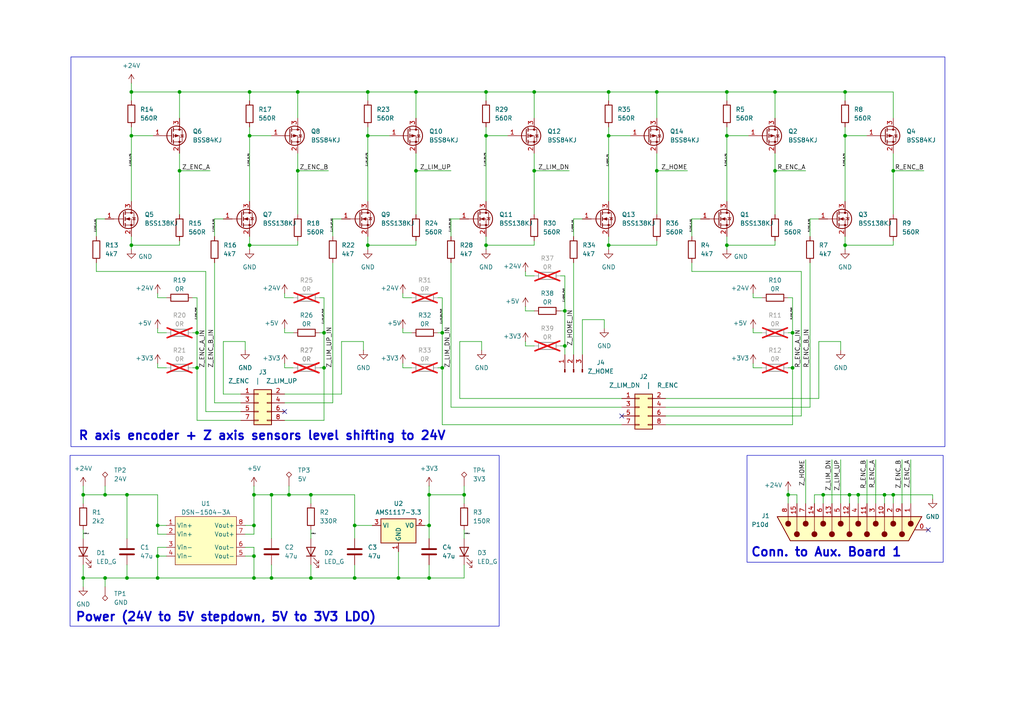
<source format=kicad_sch>
(kicad_sch (version 20231120) (generator "eeschema") (generator_version "8.0")
  (paper "A4")
  (title_block (title "Karcsi (INDACT Robot Arm) - Aux. Control Board 2") (date "2024-04-04") (rev "1.0") (company "LEGO Kör (legokor.hu)") (comment 1 "Designed by Panka Horváth, Gergely Halász, Máté Kovács") (comment 2 "Reviewed by Máté Kovács, "))
  (junction (at 57.15 106.68))
  (junction (at 38.1 71.12))
  (junction (at 106.68 71.12))
  (junction (at 24.13 167.64))
  (junction (at 106.68 39.37))
  (junction (at 72.39 39.37))
  (junction (at 124.46 167.64))
  (junction (at 86.36 26.67))
  (junction (at 78.74 143.51))
  (junction (at 38.1 39.37))
  (junction (at 176.53 26.67))
  (junction (at 128.27 106.68))
  (junction (at 52.07 26.67))
  (junction (at 259.08 49.53))
  (junction (at 140.97 39.37))
  (junction (at 120.65 49.53))
  (junction (at 78.74 167.64))
  (junction (at 259.08 143.51))
  (junction (at 246.38 143.51))
  (junction (at 228.6 143.51))
  (junction (at 190.5 26.67))
  (junction (at 93.98 106.68))
  (junction (at 45.72 167.64))
  (junction (at 72.39 71.12))
  (junction (at 176.53 39.37))
  (junction (at 210.82 71.12))
  (junction (at 229.87 96.52))
  (junction (at 57.15 96.52))
  (junction (at 52.07 49.53))
  (junction (at 90.17 167.64))
  (junction (at 245.11 26.67))
  (junction (at 245.11 39.37))
  (junction (at 102.87 152.4))
  (junction (at 154.94 26.67))
  (junction (at 210.82 39.37))
  (junction (at 229.87 106.68))
  (junction (at 106.68 26.67))
  (junction (at 45.72 161.29))
  (junction (at 115.57 167.64))
  (junction (at 73.66 161.29))
  (junction (at 124.46 152.4))
  (junction (at 30.48 167.64))
  (junction (at 224.79 49.53))
  (junction (at 190.5 49.53))
  (junction (at 36.83 167.64))
  (junction (at 72.39 26.67))
  (junction (at 245.11 71.12))
  (junction (at 83.82 143.51))
  (junction (at 120.65 26.67))
  (junction (at 73.66 143.51))
  (junction (at 73.66 167.64))
  (junction (at 102.87 167.64))
  (junction (at 38.1 26.67))
  (junction (at 163.83 100.33))
  (junction (at 256.54 143.51))
  (junction (at 134.62 143.51))
  (junction (at 210.82 26.67))
  (junction (at 163.83 90.17))
  (junction (at 45.72 152.4))
  (junction (at 238.76 143.51))
  (junction (at 154.94 49.53))
  (junction (at 73.66 152.4))
  (junction (at 93.98 96.52))
  (junction (at 224.79 26.67))
  (junction (at 86.36 49.53))
  (junction (at 140.97 26.67))
  (junction (at 124.46 143.51))
  (junction (at 128.27 96.52))
  (junction (at 248.92 143.51))
  (junction (at 140.97 71.12))
  (junction (at 176.53 71.12))
  (junction (at 24.13 143.51))
  (junction (at 90.17 143.51))
  (junction (at 36.83 143.51))
  (junction (at 30.48 143.51))
  (no_connect (at 82.55 119.38))
  (no_connect (at 180.34 120.65))
  (no_connect (at 269.24 153.67))
  (wire (pts (xy 120.65 26.67) (xy 140.97 26.67)))
  (wire (pts (xy 73.66 143.51) (xy 78.74 143.51)))
  (wire (pts (xy 256.54 143.51) (xy 259.08 143.51)))
  (wire (pts (xy 57.15 106.68) (xy 57.15 121.92)))
  (wire (pts (xy 228.6 143.51) (xy 231.14 143.51)))
  (wire (pts (xy 134.62 143.51) (xy 134.62 146.05)))
  (wire (pts (xy 48.26 154.94) (xy 45.72 154.94)))
  (wire (pts (xy 210.82 26.67) (xy 210.82 29.21)))
  (wire (pts (xy 190.5 26.67) (xy 190.5 34.29)))
  (wire (pts (xy 52.07 26.67) (xy 72.39 26.67)))
  (wire (pts (xy 190.5 49.53) (xy 190.5 62.23)))
  (wire (pts (xy 96.52 68.58) (xy 96.52 63.5)))
  (wire (pts (xy 73.66 167.64) (xy 78.74 167.64)))
  (wire (pts (xy 224.79 44.45) (xy 224.79 49.53)))
  (wire (pts (xy 86.36 49.53) (xy 86.36 62.23)))
  (wire (pts (xy 71.12 99.06) (xy 64.77 99.06)))
  (wire (pts (xy 45.72 152.4) (xy 45.72 143.51)))
  (wire (pts (xy 38.1 71.12) (xy 38.1 72.39)))
  (wire (pts (xy 233.68 133.35) (xy 233.68 146.05)))
  (wire (pts (xy 256.54 146.05) (xy 256.54 143.51)))
  (wire (pts (xy 48.26 106.68) (xy 45.72 106.68)))
  (wire (pts (xy 73.66 140.97) (xy 73.66 143.51)))
  (wire (pts (xy 128.27 123.19) (xy 180.34 123.19)))
  (wire (pts (xy 106.68 39.37) (xy 106.68 58.42)))
  (wire (pts (xy 229.87 106.68) (xy 229.87 123.19)))
  (wire (pts (xy 93.98 106.68) (xy 92.71 106.68)))
  (wire (pts (xy 237.49 99.06) (xy 237.49 115.57)))
  (wire (pts (xy 93.98 86.36) (xy 92.71 86.36)))
  (wire (pts (xy 224.79 49.53) (xy 224.79 62.23)))
  (wire (pts (xy 62.23 116.84) (xy 69.85 116.84)))
  (wire (pts (xy 57.15 106.68) (xy 55.88 106.68)))
  (wire (pts (xy 90.17 143.51) (xy 102.87 143.51)))
  (wire (pts (xy 52.07 44.45) (xy 52.07 49.53)))
  (wire (pts (xy 176.53 26.67) (xy 190.5 26.67)))
  (wire (pts (xy 86.36 69.85) (xy 86.36 71.12)))
  (wire (pts (xy 120.65 49.53) (xy 120.65 62.23)))
  (wire (pts (xy 163.83 90.17) (xy 163.83 80.01)))
  (wire (pts (xy 57.15 106.68) (xy 57.15 96.52)))
  (wire (pts (xy 210.82 26.67) (xy 224.79 26.67)))
  (wire (pts (xy 218.44 96.52) (xy 218.44 95.25)))
  (wire (pts (xy 139.7 101.6) (xy 139.7 99.06)))
  (wire (pts (xy 52.07 26.67) (xy 52.07 34.29)))
  (wire (pts (xy 229.87 96.52) (xy 229.87 86.36)))
  (wire (pts (xy 72.39 39.37) (xy 78.74 39.37)))
  (wire (pts (xy 200.66 68.58) (xy 200.66 63.5)))
  (wire (pts (xy 86.36 26.67) (xy 106.68 26.67)))
  (wire (pts (xy 123.19 152.4) (xy 124.46 152.4)))
  (wire (pts (xy 176.53 26.67) (xy 176.53 29.21)))
  (wire (pts (xy 154.94 44.45) (xy 154.94 49.53)))
  (wire (pts (xy 86.36 44.45) (xy 86.36 49.53)))
  (wire (pts (xy 200.66 63.5) (xy 203.2 63.5)))
  (wire (pts (xy 154.94 100.33) (xy 152.4 100.33)))
  (wire (pts (xy 228.6 143.51) (xy 228.6 146.05)))
  (wire (pts (xy 71.12 101.6) (xy 71.12 99.06)))
  (wire (pts (xy 119.38 96.52) (xy 116.84 96.52)))
  (wire (pts (xy 134.62 153.67) (xy 134.62 156.21)))
  (wire (pts (xy 48.26 86.36) (xy 45.72 86.36)))
  (wire (pts (xy 259.08 49.53) (xy 259.08 62.23)))
  (wire (pts (xy 119.38 86.36) (xy 116.84 86.36)))
  (wire (pts (xy 57.15 96.52) (xy 57.15 86.36)))
  (wire (pts (xy 102.87 163.83) (xy 102.87 167.64)))
  (wire (pts (xy 93.98 121.92) (xy 82.55 121.92)))
  (wire (pts (xy 229.87 86.36) (xy 228.6 86.36)))
  (wire (pts (xy 27.94 63.5) (xy 30.48 63.5)))
  (wire (pts (xy 200.66 76.2) (xy 200.66 78.74)))
  (wire (pts (xy 48.26 152.4) (xy 45.72 152.4)))
  (wire (pts (xy 264.16 133.35) (xy 264.16 146.05)))
  (wire (pts (xy 86.36 49.53) (xy 95.25 49.53)))
  (wire (pts (xy 120.65 44.45) (xy 120.65 49.53)))
  (wire (pts (xy 133.35 99.06) (xy 133.35 115.57)))
  (wire (pts (xy 59.69 119.38) (xy 69.85 119.38)))
  (wire (pts (xy 193.04 118.11) (xy 234.95 118.11)))
  (wire (pts (xy 115.57 160.02) (xy 115.57 167.64)))
  (wire (pts (xy 245.11 39.37) (xy 251.46 39.37)))
  (wire (pts (xy 52.07 69.85) (xy 52.07 71.12)))
  (wire (pts (xy 124.46 152.4) (xy 124.46 143.51)))
  (wire (pts (xy 102.87 143.51) (xy 102.87 152.4)))
  (wire (pts (xy 232.41 78.74) (xy 232.41 120.65)))
  (wire (pts (xy 152.4 90.17) (xy 152.4 88.9)))
  (wire (pts (xy 128.27 96.52) (xy 127 96.52)))
  (wire (pts (xy 243.84 99.06) (xy 237.49 99.06)))
  (wire (pts (xy 168.91 92.71) (xy 168.91 102.87)))
  (wire (pts (xy 99.06 114.3) (xy 82.55 114.3)))
  (wire (pts (xy 102.87 152.4) (xy 102.87 156.21)))
  (wire (pts (xy 128.27 106.68) (xy 128.27 96.52)))
  (wire (pts (xy 116.84 96.52) (xy 116.84 95.25)))
  (wire (pts (xy 154.94 80.01) (xy 152.4 80.01)))
  (wire (pts (xy 163.83 102.87) (xy 163.83 100.33)))
  (wire (pts (xy 140.97 39.37) (xy 140.97 58.42)))
  (wire (pts (xy 24.13 146.05) (xy 24.13 143.51)))
  (wire (pts (xy 93.98 106.68) (xy 93.98 96.52)))
  (wire (pts (xy 224.79 69.85) (xy 224.79 71.12)))
  (wire (pts (xy 190.5 69.85) (xy 190.5 71.12)))
  (wire (pts (xy 78.74 143.51) (xy 83.82 143.51)))
  (wire (pts (xy 163.83 100.33) (xy 163.83 90.17)))
  (wire (pts (xy 57.15 121.92) (xy 69.85 121.92)))
  (wire (pts (xy 231.14 143.51) (xy 231.14 146.05)))
  (wire (pts (xy 176.53 39.37) (xy 176.53 58.42)))
  (wire (pts (xy 86.36 71.12) (xy 72.39 71.12)))
  (wire (pts (xy 229.87 106.68) (xy 228.6 106.68)))
  (wire (pts (xy 27.94 68.58) (xy 27.94 63.5)))
  (wire (pts (xy 106.68 71.12) (xy 106.68 72.39)))
  (wire (pts (xy 224.79 71.12) (xy 210.82 71.12)))
  (wire (pts (xy 176.53 39.37) (xy 182.88 39.37)))
  (wire (pts (xy 224.79 49.53) (xy 233.68 49.53)))
  (wire (pts (xy 72.39 36.83) (xy 72.39 39.37)))
  (wire (pts (xy 166.37 76.2) (xy 166.37 102.87)))
  (wire (pts (xy 175.26 92.71) (xy 168.91 92.71)))
  (wire (pts (xy 62.23 68.58) (xy 62.23 63.5)))
  (wire (pts (xy 45.72 167.64) (xy 73.66 167.64)))
  (wire (pts (xy 128.27 96.52) (xy 128.27 86.36)))
  (wire (pts (xy 238.76 146.05) (xy 238.76 143.51)))
  (wire (pts (xy 218.44 86.36) (xy 218.44 85.09)))
  (wire (pts (xy 241.3 133.35) (xy 241.3 146.05)))
  (wire (pts (xy 140.97 68.58) (xy 140.97 71.12)))
  (wire (pts (xy 224.79 26.67) (xy 245.11 26.67)))
  (wire (pts (xy 36.83 143.51) (xy 45.72 143.51)))
  (wire (pts (xy 38.1 36.83) (xy 38.1 39.37)))
  (wire (pts (xy 176.53 68.58) (xy 176.53 71.12)))
  (wire (pts (xy 27.94 76.2) (xy 27.94 78.74)))
  (wire (pts (xy 78.74 163.83) (xy 78.74 167.64)))
  (wire (pts (xy 166.37 63.5) (xy 168.91 63.5)))
  (wire (pts (xy 238.76 143.51) (xy 246.38 143.51)))
  (wire (pts (xy 234.95 63.5) (xy 237.49 63.5)))
  (wire (pts (xy 106.68 68.58) (xy 106.68 71.12)))
  (wire (pts (xy 163.83 80.01) (xy 162.56 80.01)))
  (wire (pts (xy 124.46 140.97) (xy 124.46 143.51)))
  (wire (pts (xy 93.98 96.52) (xy 93.98 86.36)))
  (wire (pts (xy 237.49 115.57) (xy 193.04 115.57)))
  (wire (pts (xy 259.08 49.53) (xy 267.97 49.53)))
  (wire (pts (xy 128.27 106.68) (xy 127 106.68)))
  (wire (pts (xy 245.11 36.83) (xy 245.11 39.37)))
  (wire (pts (xy 36.83 143.51) (xy 36.83 156.21)))
  (wire (pts (xy 73.66 154.94) (xy 73.66 152.4)))
  (wire (pts (xy 24.13 163.83) (xy 24.13 167.64)))
  (wire (pts (xy 59.69 78.74) (xy 27.94 78.74)))
  (wire (pts (xy 128.27 106.68) (xy 128.27 123.19)))
  (wire (pts (xy 124.46 163.83) (xy 124.46 167.64)))
  (wire (pts (xy 259.08 146.05) (xy 259.08 143.51)))
  (wire (pts (xy 176.53 71.12) (xy 176.53 72.39)))
  (wire (pts (xy 38.1 39.37) (xy 44.45 39.37)))
  (wire (pts (xy 45.72 152.4) (xy 45.72 154.94)))
  (wire (pts (xy 130.81 118.11) (xy 180.34 118.11)))
  (wire (pts (xy 234.95 76.2) (xy 234.95 118.11)))
  (wire (pts (xy 220.98 86.36) (xy 218.44 86.36)))
  (wire (pts (xy 72.39 71.12) (xy 72.39 72.39)))
  (wire (pts (xy 106.68 36.83) (xy 106.68 39.37)))
  (wire (pts (xy 78.74 167.64) (xy 90.17 167.64)))
  (wire (pts (xy 210.82 36.83) (xy 210.82 39.37)))
  (wire (pts (xy 236.22 143.51) (xy 238.76 143.51)))
  (wire (pts (xy 190.5 71.12) (xy 176.53 71.12)))
  (wire (pts (xy 52.07 49.53) (xy 52.07 62.23)))
  (wire (pts (xy 210.82 39.37) (xy 210.82 58.42)))
  (wire (pts (xy 83.82 143.51) (xy 90.17 143.51)))
  (wire (pts (xy 99.06 99.06) (xy 99.06 114.3)))
  (wire (pts (xy 154.94 90.17) (xy 152.4 90.17)))
  (wire (pts (xy 106.68 39.37) (xy 113.03 39.37)))
  (wire (pts (xy 106.68 26.67) (xy 120.65 26.67)))
  (wire (pts (xy 224.79 26.67) (xy 224.79 34.29)))
  (wire (pts (xy 120.65 49.53) (xy 130.81 49.53)))
  (wire (pts (xy 73.66 152.4) (xy 73.66 143.51)))
  (wire (pts (xy 64.77 99.06) (xy 64.77 114.3)))
  (wire (pts (xy 243.84 133.35) (xy 243.84 146.05)))
  (wire (pts (xy 45.72 161.29) (xy 45.72 167.64)))
  (wire (pts (xy 30.48 167.64) (xy 36.83 167.64)))
  (wire (pts (xy 130.81 68.58) (xy 130.81 63.5)))
  (wire (pts (xy 154.94 69.85) (xy 154.94 71.12)))
  (wire (pts (xy 210.82 71.12) (xy 210.82 72.39)))
  (wire (pts (xy 83.82 140.97) (xy 83.82 143.51)))
  (wire (pts (xy 105.41 101.6) (xy 105.41 99.06)))
  (wire (pts (xy 64.77 114.3) (xy 69.85 114.3)))
  (wire (pts (xy 254 133.35) (xy 254 146.05)))
  (wire (pts (xy 140.97 39.37) (xy 147.32 39.37)))
  (wire (pts (xy 24.13 153.67) (xy 24.13 156.21)))
  (wire (pts (xy 245.11 71.12) (xy 245.11 72.39)))
  (wire (pts (xy 259.08 26.67) (xy 259.08 34.29)))
  (wire (pts (xy 59.69 78.74) (xy 59.69 119.38)))
  (wire (pts (xy 62.23 63.5) (xy 64.77 63.5)))
  (wire (pts (xy 71.12 158.75) (xy 73.66 158.75)))
  (wire (pts (xy 248.92 146.05) (xy 248.92 143.51)))
  (wire (pts (xy 30.48 167.64) (xy 30.48 170.18)))
  (wire (pts (xy 248.92 143.51) (xy 256.54 143.51)))
  (wire (pts (xy 45.72 106.68) (xy 45.72 105.41)))
  (wire (pts (xy 228.6 142.24) (xy 228.6 143.51)))
  (wire (pts (xy 176.53 36.83) (xy 176.53 39.37)))
  (wire (pts (xy 232.41 78.74) (xy 200.66 78.74)))
  (wire (pts (xy 246.38 143.51) (xy 248.92 143.51)))
  (wire (pts (xy 134.62 140.97) (xy 134.62 143.51)))
  (wire (pts (xy 190.5 49.53) (xy 199.39 49.53)))
  (wire (pts (xy 116.84 106.68) (xy 116.84 105.41)))
  (wire (pts (xy 71.12 161.29) (xy 73.66 161.29)))
  (wire (pts (xy 38.1 39.37) (xy 38.1 58.42)))
  (wire (pts (xy 124.46 152.4) (xy 124.46 156.21)))
  (wire (pts (xy 234.95 68.58) (xy 234.95 63.5)))
  (wire (pts (xy 73.66 158.75) (xy 73.66 161.29)))
  (wire (pts (xy 139.7 99.06) (xy 133.35 99.06)))
  (wire (pts (xy 38.1 26.67) (xy 38.1 29.21)))
  (wire (pts (xy 116.84 86.36) (xy 116.84 85.09)))
  (wire (pts (xy 30.48 143.51) (xy 36.83 143.51)))
  (wire (pts (xy 261.62 133.35) (xy 261.62 146.05)))
  (wire (pts (xy 82.55 96.52) (xy 82.55 95.25)))
  (wire (pts (xy 85.09 106.68) (xy 82.55 106.68)))
  (wire (pts (xy 190.5 44.45) (xy 190.5 49.53)))
  (wire (pts (xy 163.83 90.17) (xy 162.56 90.17)))
  (wire (pts (xy 45.72 161.29) (xy 48.26 161.29)))
  (wire (pts (xy 133.35 115.57) (xy 180.34 115.57)))
  (wire (pts (xy 220.98 106.68) (xy 218.44 106.68)))
  (wire (pts (xy 166.37 68.58) (xy 166.37 63.5)))
  (wire (pts (xy 71.12 154.94) (xy 73.66 154.94)))
  (wire (pts (xy 102.87 167.64) (xy 115.57 167.64)))
  (wire (pts (xy 154.94 71.12) (xy 140.97 71.12)))
  (wire (pts (xy 78.74 143.51) (xy 78.74 156.21)))
  (wire (pts (xy 85.09 86.36) (xy 82.55 86.36)))
  (wire (pts (xy 140.97 26.67) (xy 140.97 29.21)))
  (wire (pts (xy 24.13 140.97) (xy 24.13 143.51)))
  (wire (pts (xy 82.55 86.36) (xy 82.55 85.09)))
  (wire (pts (xy 90.17 167.64) (xy 102.87 167.64)))
  (wire (pts (xy 163.83 100.33) (xy 162.56 100.33)))
  (wire (pts (xy 90.17 143.51) (xy 90.17 146.05)))
  (wire (pts (xy 106.68 26.67) (xy 106.68 29.21)))
  (wire (pts (xy 152.4 80.01) (xy 152.4 78.74)))
  (wire (pts (xy 236.22 146.05) (xy 236.22 143.51)))
  (wire (pts (xy 190.5 26.67) (xy 210.82 26.67)))
  (wire (pts (xy 45.72 96.52) (xy 45.72 95.25)))
  (wire (pts (xy 245.11 26.67) (xy 259.08 26.67)))
  (wire (pts (xy 36.83 167.64) (xy 45.72 167.64)))
  (wire (pts (xy 93.98 106.68) (xy 93.98 121.92)))
  (wire (pts (xy 259.08 44.45) (xy 259.08 49.53)))
  (wire (pts (xy 259.08 69.85) (xy 259.08 71.12)))
  (wire (pts (xy 93.98 96.52) (xy 92.71 96.52)))
  (wire (pts (xy 140.97 71.12) (xy 140.97 72.39)))
  (wire (pts (xy 24.13 143.51) (xy 30.48 143.51)))
  (wire (pts (xy 72.39 68.58) (xy 72.39 71.12)))
  (wire (pts (xy 30.48 140.97) (xy 30.48 143.51)))
  (wire (pts (xy 154.94 49.53) (xy 154.94 62.23)))
  (wire (pts (xy 45.72 86.36) (xy 45.72 85.09)))
  (wire (pts (xy 52.07 49.53) (xy 60.96 49.53)))
  (wire (pts (xy 72.39 26.67) (xy 72.39 29.21)))
  (wire (pts (xy 102.87 152.4) (xy 107.95 152.4)))
  (wire (pts (xy 232.41 120.65) (xy 193.04 120.65)))
  (wire (pts (xy 90.17 153.67) (xy 90.17 156.21)))
  (wire (pts (xy 140.97 36.83) (xy 140.97 39.37)))
  (wire (pts (xy 270.51 143.51) (xy 270.51 144.78)))
  (wire (pts (xy 154.94 26.67) (xy 154.94 34.29)))
  (wire (pts (xy 24.13 167.64) (xy 30.48 167.64)))
  (wire (pts (xy 220.98 96.52) (xy 218.44 96.52)))
  (wire (pts (xy 152.4 100.33) (xy 152.4 99.06)))
  (wire (pts (xy 120.65 71.12) (xy 106.68 71.12)))
  (wire (pts (xy 105.41 99.06) (xy 99.06 99.06)))
  (wire (pts (xy 251.46 133.35) (xy 251.46 146.05)))
  (wire (pts (xy 38.1 24.13) (xy 38.1 26.67)))
  (wire (pts (xy 154.94 49.53) (xy 165.1 49.53)))
  (wire (pts (xy 124.46 143.51) (xy 134.62 143.51)))
  (wire (pts (xy 48.26 96.52) (xy 45.72 96.52)))
  (wire (pts (xy 259.08 143.51) (xy 270.51 143.51)))
  (wire (pts (xy 134.62 163.83) (xy 134.62 167.64)))
  (wire (pts (xy 210.82 68.58) (xy 210.82 71.12)))
  (wire (pts (xy 96.52 63.5) (xy 99.06 63.5)))
  (wire (pts (xy 72.39 39.37) (xy 72.39 58.42)))
  (wire (pts (xy 120.65 69.85) (xy 120.65 71.12)))
  (wire (pts (xy 90.17 163.83) (xy 90.17 167.64)))
  (wire (pts (xy 243.84 101.6) (xy 243.84 99.06)))
  (wire (pts (xy 71.12 152.4) (xy 73.66 152.4)))
  (wire (pts (xy 218.44 106.68) (xy 218.44 105.41)))
  (wire (pts (xy 62.23 76.2) (xy 62.23 116.84)))
  (wire (pts (xy 38.1 68.58) (xy 38.1 71.12)))
  (wire (pts (xy 72.39 26.67) (xy 86.36 26.67)))
  (wire (pts (xy 85.09 96.52) (xy 82.55 96.52)))
  (wire (pts (xy 259.08 71.12) (xy 245.11 71.12)))
  (wire (pts (xy 245.11 68.58) (xy 245.11 71.12)))
  (wire (pts (xy 45.72 158.75) (xy 45.72 161.29)))
  (wire (pts (xy 57.15 96.52) (xy 55.88 96.52)))
  (wire (pts (xy 128.27 86.36) (xy 127 86.36)))
  (wire (pts (xy 119.38 106.68) (xy 116.84 106.68)))
  (wire (pts (xy 210.82 39.37) (xy 217.17 39.37)))
  (wire (pts (xy 96.52 76.2) (xy 96.52 116.84)))
  (wire (pts (xy 245.11 39.37) (xy 245.11 58.42)))
  (wire (pts (xy 246.38 146.05) (xy 246.38 143.51)))
  (wire (pts (xy 115.57 167.64) (xy 124.46 167.64)))
  (wire (pts (xy 229.87 123.19) (xy 193.04 123.19)))
  (wire (pts (xy 124.46 167.64) (xy 134.62 167.64)))
  (wire (pts (xy 154.94 26.67) (xy 176.53 26.67)))
  (wire (pts (xy 82.55 106.68) (xy 82.55 105.41)))
  (wire (pts (xy 96.52 116.84) (xy 82.55 116.84)))
  (wire (pts (xy 175.26 95.25) (xy 175.26 92.71)))
  (wire (pts (xy 24.13 167.64) (xy 24.13 170.18)))
  (wire (pts (xy 130.81 63.5) (xy 133.35 63.5)))
  (wire (pts (xy 229.87 96.52) (xy 228.6 96.52)))
  (wire (pts (xy 48.26 158.75) (xy 45.72 158.75)))
  (wire (pts (xy 36.83 163.83) (xy 36.83 167.64)))
  (wire (pts (xy 86.36 26.67) (xy 86.36 34.29)))
  (wire (pts (xy 38.1 26.67) (xy 52.07 26.67)))
  (wire (pts (xy 120.65 26.67) (xy 120.65 34.29)))
  (wire (pts (xy 130.81 76.2) (xy 130.81 118.11)))
  (wire (pts (xy 245.11 26.67) (xy 245.11 29.21)))
  (wire (pts (xy 229.87 106.68) (xy 229.87 96.52)))
  (wire (pts (xy 52.07 71.12) (xy 38.1 71.12)))
  (wire (pts (xy 57.15 86.36) (xy 55.88 86.36)))
  (wire (pts (xy 73.66 161.29) (xy 73.66 167.64)))
  (wire (pts (xy 140.97 26.67) (xy 154.94 26.67)))
  (rectangle (start 20.574 16.51) (end 274.066 129.54))
  (rectangle (start 20.32 132.08) (end 144.78 181.61))
  (rectangle (start 216.662 132.08) (end 273.558 163.068))
  (text "Power (24V to 5V stepdown, 5V to 3V3 LDO)" (at 65.532 179.07 0) (effects (font (size 2.54 2.54) (thickness 0.508) (bold yes))))
  (text "Conn. to Aux. Board 1" (at 217.678 160.274 0) (effects (font (size 2.54 2.54) (bold yes)) (justify left)))
  (text "R axis encoder + Z axis sensors level shifting to 24V" (at 22.606 126.492 0) (effects (font (size 2.54 2.54) (bold yes)) (justify left)))
  (label "Z_HOME" (at 233.68 133.35 270))
  (label "Z_ENC_B_NG" (at 62.23 67.31 90) (effects (font (size 0.4 0.4))))
  (label "Z_LIM_UP_PG" (at 106.68 48.26 90) (effects (font (size 0.4 0.4))))
  (label "Z_ENC_A" (at 264.16 133.35 270))
  (label "R_ENC_B_IN" (at 234.95 106.68 90))
  (label "Z_ENC_PWR" (at 57.15 92.71 90) (effects (font (size 0.4 0.4))))
  (label "Z_LIM_DN_PWR" (at 128.27 93.98 90) (effects (font (size 0.4 0.4))))
  (label "Z_HOME_NG" (at 166.37 67.31 90) (effects (font (size 0.4 0.4))))
  (label "R_ENC_B_PG" (at 245.11 48.26 90) (effects (font (size 0.4 0.4))))
  (label "Z_ENC_B_PG" (at 72.39 48.26 90) (effects (font (size 0.4 0.4))))
  (label "Z_ENC_B_IN" (at 62.23 106.68 90))
  (label "Z_LIM_DN" (at 165.1 49.53 180))
  (label "Z_HOME_PWR" (at 163.83 87.63 90) (effects (font (size 0.4 0.4))))
  (label "R_ENC_A" (at 233.68 49.53 180))
  (label "Z_LIM_DN" (at 241.3 133.35 270))
  (label "R_ENC_B_NG" (at 234.95 67.31 90) (effects (font (size 0.4 0.4))))
  (label "Z_LIM_DN_PG" (at 140.97 48.26 90) (effects (font (size 0.4 0.4))))
  (label "R_ENC_B" (at 267.97 49.53 180))
  (label "Z_LIM_DN_IN" (at 130.81 106.68 90))
  (label "LED24_A" (at 24.13 154.94 0) (effects (font (size 0.254 0.254))))
  (label "Z_ENC_B" (at 261.62 133.35 270))
  (label "Z_ENC_A_IN" (at 59.69 106.68 90))
  (label "R_ENC_A" (at 254 133.35 270))
  (label "R_ENC_A_IN" (at 232.41 106.68 90))
  (label "Z_ENC_A" (at 60.96 49.53 180))
  (label "LED5_A" (at 90.17 154.94 0) (effects (font (size 0.254 0.254))))
  (label "R_ENC_A_PG" (at 210.82 48.26 90) (effects (font (size 0.4 0.4))))
  (label "Z_ENC_B" (at 95.25 49.53 180))
  (label "Z_HOME" (at 199.39 49.53 180))
  (label "LED33_A" (at 134.62 154.94 0) (effects (font (size 0.254 0.254))))
  (label "R_ENC_B" (at 251.46 133.35 270))
  (label "Z_LIM_UP_NG" (at 96.52 67.31 90) (effects (font (size 0.4 0.4))))
  (label "Z_LIM_DN_NG" (at 130.81 67.31 90) (effects (font (size 0.4 0.4))))
  (label "Z_ENC_A_NG" (at 27.94 67.31 90) (effects (font (size 0.4 0.4))))
  (label "Z_LIM_UP" (at 243.84 133.35 270))
  (label "Z_ENC_A_PG" (at 38.1 48.26 90) (effects (font (size 0.4 0.4))))
  (label "Z_LIM_UP_IN" (at 96.52 106.68 90))
  (label "Z_HOME_PG" (at 176.53 48.26 90) (effects (font (size 0.4 0.4))))
  (label "Z_LIM_UP" (at 130.81 49.53 180))
  (label "Z_HOME_IN" (at 166.37 100.33 90))
  (label "R_ENC_A_NG" (at 200.66 67.31 90) (effects (font (size 0.4 0.4))))
  (label "R_ENC_PWR" (at 229.87 92.71 90) (effects (font (size 0.4 0.4))))
  (label "Z_LIM_UP_PWR" (at 93.98 93.98 90) (effects (font (size 0.4 0.4))))
  (symbol (lib_id "Connector:Conn_01x03_Pin") (at 166.37 107.95 90) (unit 1)
    (property "Reference" "J4" (at 174.244 105.156 90))
    (property "Value" "Z_HOME" (at 174.244 107.696 90))
    (property "Footprint" "Connector_PinHeader_2.54mm:PinHeader_1x03_P2.54mm_Horizontal" (effects (hide yes)))
    (property "Description" "Generic connector, single row, 01x03, script generated" (effects (hide yes)))
    (property "Sourced" "0" (effects (hide yes)))
    (property "Supplier" "LCSC" (effects (hide yes)))
    (property "Supplier item no" "C492411" (effects (hide yes)))
  )
  (symbol (lib_id "Device:R") (at 259.08 66.04 0) (unit 1)
    (property "Reference" "R9" (at 261.62 64.7699 0) (effects (justify left)))
    (property "Value" "560R" (at 261.62 67.3099 0) (effects (justify left)))
    (property "Footprint" "Resistor_SMD:R_0805_2012Metric_Pad1.20x1.40mm_HandSolder" (effects (hide yes)))
    (property "Description" "Resistor" (effects (hide yes)))
    (property "Sourced" "1" (effects (hide yes)))
    (property "Supplier" "Lomex" (effects (hide yes)))
    (property "Supplier item no" "81-10-84" (effects (hide yes)))
  )
  (symbol (lib_id "Device:R") (at 52.07 96.52 90) (unit 1) (dnp yes)
    (property "Reference" "R20" (at 52.07 91.44 90))
    (property "Value" "0R" (at 52.07 93.98 90))
    (property "Footprint" "Resistor_SMD:R_0805_2012Metric_Pad1.20x1.40mm_HandSolder" (effects (hide yes)))
    (property "Description" "Resistor" (effects (hide yes)))
    (property "Sourced" "0" (effects (hide yes)))
    (property "Supplier" "LCSC" (effects (hide yes)))
    (property "Supplier item no" "C304192" (effects (hide yes)))
  )
  (symbol (lib_id "Connector_Generic:Conn_02x04_Odd_Even") (at 185.42 118.11 0) (unit 1)
    (property "Reference" "J2" (at 186.69 109.22 0))
    (property "Value" "Z_LIM_DN  |  R_ENC" (at 186.69 111.76 0))
    (property "Footprint" "Connector_PinHeader_2.54mm:PinHeader_2x04_P2.54mm_Horizontal" (effects (hide yes)))
    (property "Description" "Generic connector, double row, 02x04, odd/even pin numbering scheme (row 1 odd numbers, row 2 even numbers), script generated (kicad-library-utils/schlib/autogen/connector/)" (effects (hide yes)))
    (property "Sourced" "0" (effects (hide yes)))
    (property "Supplier" "LCSC" (effects (hide yes)))
    (property "Supplier item no" "C492432" (effects (hide yes)))
  )
  (symbol (lib_id "Transistor_FET:BSS138") (at 173.99 63.5 0) (unit 1)
    (property "Reference" "Q13" (at 180.34 62.2299 0) (effects (justify left)))
    (property "Value" "BSS138KJ" (at 180.34 64.7699 0) (effects (justify left)))
    (property "Footprint" "Package_TO_SOT_SMD:SOT-23" (effects (hide yes)))
    (property "Datasheet" "https://lomex.hu/pdf/yet/(yet)_bss138kj.pdf" (effects (hide yes)))
    (property "Description" "50V Vds, 0.22A Id, N-Channel MOSFET, SOT-23" (effects (hide yes)))
    (property "Sourced" "1" (effects (hide yes)))
    (property "Supplier" "Lomex" (effects (hide yes)))
    (property "Supplier item no" "86-07-11" (effects (hide yes)))
  )
  (symbol (lib_id "Device:R") (at 154.94 66.04 0) (unit 1)
    (property "Reference" "R30" (at 157.48 64.7699 0) (effects (justify left)))
    (property "Value" "560R" (at 157.48 67.3099 0) (effects (justify left)))
    (property "Footprint" "Resistor_SMD:R_0805_2012Metric_Pad1.20x1.40mm_HandSolder" (effects (hide yes)))
    (property "Description" "Resistor" (effects (hide yes)))
    (property "Sourced" "1" (effects (hide yes)))
    (property "Supplier" "Lomex" (effects (hide yes)))
    (property "Supplier item no" "81-10-84" (effects (hide yes)))
  )
  (symbol (lib_id "Connector_Generic:Conn_02x04_Odd_Even") (at 74.93 116.84 0) (unit 1)
    (property "Reference" "J3" (at 76.2 107.95 0))
    (property "Value" "Z_ENC  |  Z_LIM_UP" (at 76.2 110.49 0))
    (property "Footprint" "Connector_PinHeader_2.54mm:PinHeader_2x04_P2.54mm_Horizontal" (effects (hide yes)))
    (property "Description" "Generic connector, double row, 02x04, odd/even pin numbering scheme (row 1 odd numbers, row 2 even numbers), script generated (kicad-library-utils/schlib/autogen/connector/)" (effects (hide yes)))
    (property "Sourced" "0" (effects (hide yes)))
    (property "Supplier" "LCSC" (effects (hide yes)))
    (property "Supplier item no" "C492432" (effects (hide yes)))
  )
  (symbol (lib_id "power:+3V3") (at 218.44 105.41 0) (unit 1)
    (property "Reference" "#PWR033" (effects (hide yes)))
    (property "Value" "+3V3" (at 214.63 103.886 0))
    (property "Description" "Power symbol creates a global label with name \"+3V3\"" (effects (hide yes)))
  )
  (symbol (lib_id "Transistor_FET:BSS84") (at 222.25 39.37 0) (unit 1)
    (property "Reference" "Q2" (at 228.6 38.0999 0) (effects (justify left)))
    (property "Value" "BSS84KJ" (at 228.6 40.6399 0) (effects (justify left)))
    (property "Footprint" "Package_TO_SOT_SMD:SOT-23" (effects (hide yes)))
    (property "Datasheet" "https://lomex.hu/pdf/yet/(yet)_bss84kj.pdf" (effects (hide yes)))
    (property "Description" "-0.13A Id, -50V Vds, P-Channel MOSFET, SOT-23" (effects (hide yes)))
    (property "Sourced" "0" (effects (hide yes)))
    (property "Supplier" "Lomex" (effects (hide yes)))
    (property "Supplier item no" "86-07-17" (effects (hide yes)))
  )
  (symbol (lib_id "power:+3V3") (at 45.72 105.41 0) (unit 1)
    (property "Reference" "#PWR011" (effects (hide yes)))
    (property "Value" "+3V3" (at 41.91 103.886 0))
    (property "Description" "Power symbol creates a global label with name \"+3V3\"" (effects (hide yes)))
  )
  (symbol (lib_id "Transistor_FET:BSS84") (at 187.96 39.37 0) (unit 1)
    (property "Reference" "Q14" (at 194.31 38.0999 0) (effects (justify left)))
    (property "Value" "BSS84KJ" (at 194.31 40.6399 0) (effects (justify left)))
    (property "Footprint" "Package_TO_SOT_SMD:SOT-23" (effects (hide yes)))
    (property "Datasheet" "https://lomex.hu/pdf/yet/(yet)_bss84kj.pdf" (effects (hide yes)))
    (property "Description" "-0.13A Id, -50V Vds, P-Channel MOSFET, SOT-23" (effects (hide yes)))
    (property "Sourced" "0" (effects (hide yes)))
    (property "Supplier" "Lomex" (effects (hide yes)))
    (property "Supplier item no" "86-07-17" (effects (hide yes)))
  )
  (symbol (lib_id "Connector:TestPoint_Alt") (at 83.82 140.97 0) (unit 1)
    (property "Reference" "TP3" (at 86.36 136.3979 0) (effects (justify left)))
    (property "Value" "5V" (at 86.36 138.9379 0) (effects (justify left)))
    (property "Footprint" "TestPoint:TestPoint_Pad_2.0x2.0mm" (effects (hide yes)))
    (property "Description" "test point (alternative shape)" (effects (hide yes)))
    (property "Sourced" "-" (effects (hide yes)))
    (property "Supplier" "-" (effects (hide yes)))
    (property "Supplier item no" "-" (effects (hide yes)))
  )
  (symbol (lib_id "Device:R") (at 224.79 96.52 90) (unit 1) (dnp yes)
    (property "Reference" "R11" (at 224.79 91.44 90))
    (property "Value" "0R" (at 224.79 93.98 90))
    (property "Footprint" "Resistor_SMD:R_0805_2012Metric_Pad1.20x1.40mm_HandSolder" (effects (hide yes)))
    (property "Description" "Resistor" (effects (hide yes)))
    (property "Sourced" "0" (effects (hide yes)))
    (property "Supplier" "LCSC" (effects (hide yes)))
    (property "Supplier item no" "C304192" (effects (hide yes)))
  )
  (symbol (lib_id "Device:R") (at 52.07 66.04 0) (unit 1)
    (property "Reference" "R15" (at 54.61 64.7699 0) (effects (justify left)))
    (property "Value" "560R" (at 54.61 67.3099 0) (effects (justify left)))
    (property "Footprint" "Resistor_SMD:R_0805_2012Metric_Pad1.20x1.40mm_HandSolder" (effects (hide yes)))
    (property "Description" "Resistor" (effects (hide yes)))
    (property "Sourced" "1" (effects (hide yes)))
    (property "Supplier" "Lomex" (effects (hide yes)))
    (property "Supplier item no" "81-10-84" (effects (hide yes)))
  )
  (symbol (lib_id "Device:R") (at 134.62 149.86 0) (unit 1)
    (property "Reference" "R3" (at 137.16 148.5899 0) (effects (justify left)))
    (property "Value" "150R" (at 137.16 151.1299 0) (effects (justify left)))
    (property "Footprint" "Resistor_SMD:R_0805_2012Metric_Pad1.20x1.40mm_HandSolder" (effects (hide yes)))
    (property "Description" "Resistor" (effects (hide yes)))
    (property "Sourced" "1" (effects (hide yes)))
    (property "Supplier" "Lomex" (effects (hide yes)))
    (property "Supplier item no" "81-10-77" (effects (hide yes)))
  )
  (symbol (lib_id "power:+3V3") (at 116.84 105.41 0) (unit 1)
    (property "Reference" "#PWR021" (effects (hide yes)))
    (property "Value" "+3V3" (at 113.03 103.886 0))
    (property "Description" "Power symbol creates a global label with name \"+3V3\"" (effects (hide yes)))
  )
  (symbol (lib_id "power:GND") (at 105.41 101.6 0) (unit 1)
    (property "Reference" "#PWR017" (effects (hide yes)))
    (property "Value" "GND" (at 105.41 106.68 0))
    (property "Description" "Power symbol creates a global label with name \"GND\" , ground" (effects (hide yes)))
  )
  (symbol (lib_id "Connector:TestPoint_Alt") (at 30.48 170.18 180) (unit 1)
    (property "Reference" "TP1" (at 33.02 172.2119 0) (effects (justify right)))
    (property "Value" "GND" (at 33.02 174.7519 0) (effects (justify right)))
    (property "Footprint" "TestPoint:TestPoint_Pad_2.0x2.0mm" (effects (hide yes)))
    (property "Description" "test point (alternative shape)" (effects (hide yes)))
    (property "Sourced" "-" (effects (hide yes)))
    (property "Supplier" "-" (effects (hide yes)))
    (property "Supplier item no" "-" (effects (hide yes)))
  )
  (symbol (lib_id "Device:R") (at 210.82 33.02 0) (unit 1)
    (property "Reference" "R5" (at 213.36 31.7499 0) (effects (justify left)))
    (property "Value" "560R" (at 213.36 34.2899 0) (effects (justify left)))
    (property "Footprint" "Resistor_SMD:R_0805_2012Metric_Pad1.20x1.40mm_HandSolder" (effects (hide yes)))
    (property "Description" "Resistor" (effects (hide yes)))
    (property "Sourced" "1" (effects (hide yes)))
    (property "Supplier" "Lomex" (effects (hide yes)))
    (property "Supplier item no" "81-10-84" (effects (hide yes)))
  )
  (symbol (lib_id "power:+24V") (at 152.4 78.74 0) (unit 1)
    (property "Reference" "#PWR024" (effects (hide yes)))
    (property "Value" "+24V" (at 148.59 77.216 0))
    (property "Description" "Power symbol creates a global label with name \"+24V\"" (effects (hide yes)))
  )
  (symbol (lib_id "power:GND") (at 140.97 72.39 0) (unit 1)
    (property "Reference" "#PWR023" (effects (hide yes)))
    (property "Value" "GND" (at 140.97 77.47 0))
    (property "Description" "Power symbol creates a global label with name \"GND\" , ground" (effects (hide yes)))
  )
  (symbol (lib_id "power_modules:DSN-1504-3A") (at 59.69 157.48 0) (unit 1)
    (property "Reference" "U1" (at 59.69 146.05 0))
    (property "Value" "DSN-1504-3A" (at 59.69 148.59 0))
    (property "Footprint" "power_modules:DSN-1504-3A" (effects (hide yes)))
    (property "Datasheet" "https://www.hestore.hu/prod_getfile.php?id=10201" (effects (hide yes)))
    (property "Sourced" "0" (effects (hide yes)))
    (property "Supplier" "Hestore" (effects (hide yes)))
    (property "Supplier item no" "100.381.18" (effects (hide yes)))
  )
  (symbol (lib_id "Device:R") (at 130.81 72.39 0) (unit 1)
    (property "Reference" "R28" (at 133.35 71.1199 0) (effects (justify left)))
    (property "Value" "4k7" (at 133.35 73.6599 0) (effects (justify left)))
    (property "Footprint" "Resistor_SMD:R_0805_2012Metric_Pad1.20x1.40mm_HandSolder" (effects (hide yes)))
    (property "Description" "Resistor" (effects (hide yes)))
    (property "Sourced" "1" (effects (hide yes)))
    (property "Supplier" "Lomex" (effects (hide yes)))
    (property "Supplier item no" "81-10-95" (effects (hide yes)))
  )
  (symbol (lib_id "power:+5V") (at 82.55 95.25 0) (unit 1)
    (property "Reference" "#PWR015" (effects (hide yes)))
    (property "Value" "+5V" (at 78.74 93.726 0))
    (property "Description" "Power symbol creates a global label with name \"+5V\"" (effects (hide yes)))
  )
  (symbol (lib_id "Device:R") (at 176.53 33.02 0) (unit 1)
    (property "Reference" "R35" (at 179.07 31.7499 0) (effects (justify left)))
    (property "Value" "560R" (at 179.07 34.2899 0) (effects (justify left)))
    (property "Footprint" "Resistor_SMD:R_0805_2012Metric_Pad1.20x1.40mm_HandSolder" (effects (hide yes)))
    (property "Description" "Resistor" (effects (hide yes)))
    (property "Sourced" "1" (effects (hide yes)))
    (property "Supplier" "Lomex" (effects (hide yes)))
    (property "Supplier item no" "81-10-84" (effects (hide yes)))
  )
  (symbol (lib_id "power:GND") (at 175.26 95.25 0) (unit 1)
    (property "Reference" "#PWR027" (effects (hide yes)))
    (property "Value" "GND" (at 175.26 100.33 0))
    (property "Description" "Power symbol creates a global label with name \"GND\" , ground" (effects (hide yes)))
  )
  (symbol (lib_id "power:+24V") (at 218.44 85.09 0) (unit 1)
    (property "Reference" "#PWR031" (effects (hide yes)))
    (property "Value" "+24V" (at 214.63 83.566 0))
    (property "Description" "Power symbol creates a global label with name \"+24V\"" (effects (hide yes)))
  )
  (symbol (lib_id "power:GND") (at 24.13 170.18 0) (unit 1)
    (property "Reference" "#PWR04" (effects (hide yes)))
    (property "Value" "GND" (at 24.13 175.26 0))
    (property "Description" "Power symbol creates a global label with name \"GND\" , ground" (effects (hide yes)))
  )
  (symbol (lib_id "Device:R") (at 123.19 106.68 90) (unit 1) (dnp yes)
    (property "Reference" "R33" (at 123.19 101.6 90))
    (property "Value" "0R" (at 123.19 104.14 90))
    (property "Footprint" "Resistor_SMD:R_0805_2012Metric_Pad1.20x1.40mm_HandSolder" (effects (hide yes)))
    (property "Description" "Resistor" (effects (hide yes)))
    (property "Sourced" "0" (effects (hide yes)))
    (property "Supplier" "LCSC" (effects (hide yes)))
    (property "Supplier item no" "C304192" (effects (hide yes)))
  )
  (symbol (lib_id "Device:R") (at 224.79 86.36 90) (unit 1)
    (property "Reference" "R10" (at 224.79 81.28 90))
    (property "Value" "0R" (at 224.79 83.82 90))
    (property "Footprint" "Resistor_SMD:R_0805_2012Metric_Pad1.20x1.40mm_HandSolder" (effects (hide yes)))
    (property "Description" "Resistor" (effects (hide yes)))
    (property "Sourced" "0" (effects (hide yes)))
    (property "Supplier" "LCSC" (effects (hide yes)))
    (property "Supplier item no" "C304192" (effects (hide yes)))
  )
  (symbol (lib_id "Device:R") (at 96.52 72.39 0) (unit 1)
    (property "Reference" "R22" (at 99.06 71.1199 0) (effects (justify left)))
    (property "Value" "4k7" (at 99.06 73.6599 0) (effects (justify left)))
    (property "Footprint" "Resistor_SMD:R_0805_2012Metric_Pad1.20x1.40mm_HandSolder" (effects (hide yes)))
    (property "Description" "Resistor" (effects (hide yes)))
    (property "Sourced" "1" (effects (hide yes)))
    (property "Supplier" "Lomex" (effects (hide yes)))
    (property "Supplier item no" "81-10-95" (effects (hide yes)))
  )
  (symbol (lib_id "Device:C") (at 36.83 160.02 0) (unit 1)
    (property "Reference" "C1" (at 40.64 158.7499 0) (effects (justify left)))
    (property "Value" "47u" (at 40.64 161.2899 0) (effects (justify left)))
    (property "Footprint" "Capacitor_SMD:C_0805_2012Metric_Pad1.18x1.45mm_HandSolder" (effects (hide yes)))
    (property "Description" "Unpolarized capacitor" (effects (hide yes)))
    (property "Sourced" "0" (effects (hide yes)))
    (property "Supplier" "Lomex" (effects (hide yes)))
    (property "Supplier item no" "82-11-74" (effects (hide yes)))
  )
  (symbol (lib_id "power:+3V3") (at 152.4 99.06 0) (unit 1)
    (property "Reference" "#PWR026" (effects (hide yes)))
    (property "Value" "+3V3" (at 148.59 97.536 0))
    (property "Description" "Power symbol creates a global label with name \"+3V3\"" (effects (hide yes)))
  )
  (symbol (lib_id "Transistor_FET:BSS84") (at 49.53 39.37 0) (unit 1)
    (property "Reference" "Q6" (at 55.88 38.0999 0) (effects (justify left)))
    (property "Value" "BSS84KJ" (at 55.88 40.6399 0) (effects (justify left)))
    (property "Footprint" "Package_TO_SOT_SMD:SOT-23" (effects (hide yes)))
    (property "Datasheet" "https://lomex.hu/pdf/yet/(yet)_bss84kj.pdf" (effects (hide yes)))
    (property "Description" "-0.13A Id, -50V Vds, P-Channel MOSFET, SOT-23" (effects (hide yes)))
    (property "Sourced" "0" (effects (hide yes)))
    (property "Supplier" "Lomex" (effects (hide yes)))
    (property "Supplier item no" "86-07-17" (effects (hide yes)))
  )
  (symbol (lib_id "Transistor_FET:BSS84") (at 152.4 39.37 0) (unit 1)
    (property "Reference" "Q12" (at 158.75 38.0999 0) (effects (justify left)))
    (property "Value" "BSS84KJ" (at 158.75 40.6399 0) (effects (justify left)))
    (property "Footprint" "Package_TO_SOT_SMD:SOT-23" (effects (hide yes)))
    (property "Datasheet" "https://lomex.hu/pdf/yet/(yet)_bss84kj.pdf" (effects (hide yes)))
    (property "Description" "-0.13A Id, -50V Vds, P-Channel MOSFET, SOT-23" (effects (hide yes)))
    (property "Sourced" "0" (effects (hide yes)))
    (property "Supplier" "Lomex" (effects (hide yes)))
    (property "Supplier item no" "86-07-17" (effects (hide yes)))
  )
  (symbol (lib_id "Device:C") (at 78.74 160.02 0) (unit 1)
    (property "Reference" "C2" (at 82.55 158.7499 0) (effects (justify left)))
    (property "Value" "47u" (at 82.55 161.2899 0) (effects (justify left)))
    (property "Footprint" "Capacitor_SMD:C_0805_2012Metric_Pad1.18x1.45mm_HandSolder" (effects (hide yes)))
    (property "Description" "Unpolarized capacitor" (effects (hide yes)))
    (property "Sourced" "0" (effects (hide yes)))
    (property "Supplier" "Lomex" (effects (hide yes)))
    (property "Supplier item no" "82-11-74" (effects (hide yes)))
  )
  (symbol (lib_id "Transistor_FET:BSS138") (at 69.85 63.5 0) (unit 1)
    (property "Reference" "Q7" (at 76.2 62.2299 0) (effects (justify left)))
    (property "Value" "BSS138KJ" (at 76.2 64.7699 0) (effects (justify left)))
    (property "Footprint" "Package_TO_SOT_SMD:SOT-23" (effects (hide yes)))
    (property "Datasheet" "https://lomex.hu/pdf/yet/(yet)_bss138kj.pdf" (effects (hide yes)))
    (property "Description" "50V Vds, 0.22A Id, N-Channel MOSFET, SOT-23" (effects (hide yes)))
    (property "Sourced" "1" (effects (hide yes)))
    (property "Supplier" "Lomex" (effects (hide yes)))
    (property "Supplier item no" "86-07-11" (effects (hide yes)))
  )
  (symbol (lib_id "power:GND") (at 106.68 72.39 0) (unit 1)
    (property "Reference" "#PWR018" (effects (hide yes)))
    (property "Value" "GND" (at 106.68 77.47 0))
    (property "Description" "Power symbol creates a global label with name \"GND\" , ground" (effects (hide yes)))
  )
  (symbol (lib_id "Device:R") (at 245.11 33.02 0) (unit 1)
    (property "Reference" "R8" (at 247.65 31.7499 0) (effects (justify left)))
    (property "Value" "560R" (at 247.65 34.2899 0) (effects (justify left)))
    (property "Footprint" "Resistor_SMD:R_0805_2012Metric_Pad1.20x1.40mm_HandSolder" (effects (hide yes)))
    (property "Description" "Resistor" (effects (hide yes)))
    (property "Sourced" "1" (effects (hide yes)))
    (property "Supplier" "Lomex" (effects (hide yes)))
    (property "Supplier item no" "81-10-84" (effects (hide yes)))
  )
  (symbol (lib_id "Device:C") (at 102.87 160.02 0) (unit 1)
    (property "Reference" "C3" (at 106.68 158.7499 0) (effects (justify left)))
    (property "Value" "47u" (at 106.68 161.2899 0) (effects (justify left)))
    (property "Footprint" "Capacitor_SMD:C_0805_2012Metric_Pad1.18x1.45mm_HandSolder" (effects (hide yes)))
    (property "Description" "Unpolarized capacitor" (effects (hide yes)))
    (property "Sourced" "0" (effects (hide yes)))
    (property "Supplier" "Lomex" (effects (hide yes)))
    (property "Supplier item no" "82-11-74" (effects (hide yes)))
  )
  (symbol (lib_id "power:+3V3") (at 82.55 105.41 0) (unit 1)
    (property "Reference" "#PWR016" (effects (hide yes)))
    (property "Value" "+3V3" (at 78.74 103.886 0))
    (property "Description" "Power symbol creates a global label with name \"+3V3\"" (effects (hide yes)))
  )
  (symbol (lib_id "power:GND") (at 72.39 72.39 0) (unit 1)
    (property "Reference" "#PWR013" (effects (hide yes)))
    (property "Value" "GND" (at 72.39 77.47 0))
    (property "Description" "Power symbol creates a global label with name \"GND\" , ground" (effects (hide yes)))
  )
  (symbol (lib_id "Transistor_FET:BSS138") (at 242.57 63.5 0) (unit 1)
    (property "Reference" "Q3" (at 248.92 62.2299 0) (effects (justify left)))
    (property "Value" "BSS138KJ" (at 248.92 64.7699 0) (effects (justify left)))
    (property "Footprint" "Package_TO_SOT_SMD:SOT-23" (effects (hide yes)))
    (property "Datasheet" "https://lomex.hu/pdf/yet/(yet)_bss138kj.pdf" (effects (hide yes)))
    (property "Description" "50V Vds, 0.22A Id, N-Channel MOSFET, SOT-23" (effects (hide yes)))
    (property "Sourced" "1" (effects (hide yes)))
    (property "Supplier" "Lomex" (effects (hide yes)))
    (property "Supplier item no" "86-07-11" (effects (hide yes)))
  )
  (symbol (lib_id "Device:R") (at 120.65 66.04 0) (unit 1)
    (property "Reference" "R24" (at 123.19 64.7699 0) (effects (justify left)))
    (property "Value" "560R" (at 123.19 67.3099 0) (effects (justify left)))
    (property "Footprint" "Resistor_SMD:R_0805_2012Metric_Pad1.20x1.40mm_HandSolder" (effects (hide yes)))
    (property "Description" "Resistor" (effects (hide yes)))
    (property "Sourced" "1" (effects (hide yes)))
    (property "Supplier" "Lomex" (effects (hide yes)))
    (property "Supplier item no" "81-10-84" (effects (hide yes)))
  )
  (symbol (lib_id "power:GND") (at 270.51 144.78 0) (mirror y) (unit 1)
    (property "Reference" "#PWR01" (effects (hide yes)))
    (property "Value" "GND" (at 270.51 149.86 0))
    (property "Description" "Power symbol creates a global label with name \"GND\" , ground" (effects (hide yes)))
  )
  (symbol (lib_id "Device:LED") (at 90.17 160.02 90) (unit 1)
    (property "Reference" "D2" (at 93.98 160.3374 90) (effects (justify right)))
    (property "Value" "LED_G" (at 93.98 162.8774 90) (effects (justify right)))
    (property "Footprint" "LED_SMD:LED_0805_2012Metric_Pad1.15x1.40mm_HandSolder" (effects (hide yes)))
    (property "Description" "Light emitting diode" (effects (hide yes)))
    (property "Sourced" "1" (effects (hide yes)))
    (property "Supplier" "DigiKey" (effects (hide yes)))
    (property "Supplier item no" "3147-B1701NG--20D000314U1930CT-ND" (effects (hide yes)))
  )
  (symbol (lib_id "Transistor_FET:BSS84") (at 118.11 39.37 0) (unit 1)
    (property "Reference" "Q10" (at 124.46 38.0999 0) (effects (justify left)))
    (property "Value" "BSS84KJ" (at 124.46 40.6399 0) (effects (justify left)))
    (property "Footprint" "Package_TO_SOT_SMD:SOT-23" (effects (hide yes)))
    (property "Datasheet" "https://lomex.hu/pdf/yet/(yet)_bss84kj.pdf" (effects (hide yes)))
    (property "Description" "-0.13A Id, -50V Vds, P-Channel MOSFET, SOT-23" (effects (hide yes)))
    (property "Sourced" "0" (effects (hide yes)))
    (property "Supplier" "Lomex" (effects (hide yes)))
    (property "Supplier item no" "86-07-17" (effects (hide yes)))
  )
  (symbol (lib_id "Connector:DA15_Plug_MountingHoles") (at 246.38 153.67 90) (mirror x) (unit 1)
    (property "Reference" "J1" (at 223.266 149.606 90) (effects (justify left)))
    (property "Value" "P10d" (at 223.012 152.146 90) (effects (justify left)))
    (property "Footprint" "Connector_Dsub:DSUB-15_Male_Horizontal_P2.77x2.84mm_EdgePinOffset7.70mm_Housed_MountingHolesOffset9.12mm" (effects (hide yes)))
    (property "Datasheet" " ~" (effects (hide yes)))
    (property "Description" "15-pin male plug pin D-SUB connector (low-density/2 columns), Mounting Hole" (effects (hide yes)))
    (property "Sourced" "1" (effects (hide yes)))
    (property "Supplier" "Lomex" (effects (hide yes)))
    (property "Supplier item no" "43-00-58" (effects (hide yes)))
  )
  (symbol (lib_id "Transistor_FET:BSS138") (at 104.14 63.5 0) (unit 1)
    (property "Reference" "Q9" (at 110.49 62.2299 0) (effects (justify left)))
    (property "Value" "BSS138KJ" (at 110.49 64.7699 0) (effects (justify left)))
    (property "Footprint" "Package_TO_SOT_SMD:SOT-23" (effects (hide yes)))
    (property "Datasheet" "https://lomex.hu/pdf/yet/(yet)_bss138kj.pdf" (effects (hide yes)))
    (property "Description" "50V Vds, 0.22A Id, N-Channel MOSFET, SOT-23" (effects (hide yes)))
    (property "Sourced" "1" (effects (hide yes)))
    (property "Supplier" "Lomex" (effects (hide yes)))
    (property "Supplier item no" "86-07-11" (effects (hide yes)))
  )
  (symbol (lib_id "Device:LED") (at 24.13 160.02 90) (unit 1)
    (property "Reference" "D1" (at 27.94 160.3374 90) (effects (justify right)))
    (property "Value" "LED_G" (at 27.94 162.8774 90) (effects (justify right)))
    (property "Footprint" "LED_SMD:LED_0805_2012Metric_Pad1.15x1.40mm_HandSolder" (effects (hide yes)))
    (property "Description" "Light emitting diode" (effects (hide yes)))
    (property "Sourced" "1" (effects (hide yes)))
    (property "Supplier" "DigiKey" (effects (hide yes)))
    (property "Supplier item no" "3147-B1701NG--20D000314U1930CT-ND" (effects (hide yes)))
  )
  (symbol (lib_id "Device:R") (at 224.79 66.04 0) (unit 1)
    (property "Reference" "R6" (at 227.33 64.7699 0) (effects (justify left)))
    (property "Value" "560R" (at 227.33 67.3099 0) (effects (justify left)))
    (property "Footprint" "Resistor_SMD:R_0805_2012Metric_Pad1.20x1.40mm_HandSolder" (effects (hide yes)))
    (property "Description" "Resistor" (effects (hide yes)))
    (property "Sourced" "1" (effects (hide yes)))
    (property "Supplier" "Lomex" (effects (hide yes)))
    (property "Supplier item no" "81-10-84" (effects (hide yes)))
  )
  (symbol (lib_id "Device:R") (at 72.39 33.02 0) (unit 1)
    (property "Reference" "R17" (at 74.93 31.7499 0) (effects (justify left)))
    (property "Value" "560R" (at 74.93 34.2899 0) (effects (justify left)))
    (property "Footprint" "Resistor_SMD:R_0805_2012Metric_Pad1.20x1.40mm_HandSolder" (effects (hide yes)))
    (property "Description" "Resistor" (effects (hide yes)))
    (property "Sourced" "1" (effects (hide yes)))
    (property "Supplier" "Lomex" (effects (hide yes)))
    (property "Supplier item no" "81-10-84" (effects (hide yes)))
  )
  (symbol (lib_id "Device:C") (at 124.46 160.02 0) (unit 1)
    (property "Reference" "C4" (at 128.27 158.7499 0) (effects (justify left)))
    (property "Value" "47u" (at 128.27 161.2899 0) (effects (justify left)))
    (property "Footprint" "Capacitor_SMD:C_0805_2012Metric_Pad1.18x1.45mm_HandSolder" (effects (hide yes)))
    (property "Description" "Unpolarized capacitor" (effects (hide yes)))
    (property "Sourced" "0" (effects (hide yes)))
    (property "Supplier" "Lomex" (effects (hide yes)))
    (property "Supplier item no" "82-11-74" (effects (hide yes)))
  )
  (symbol (lib_id "Device:R") (at 166.37 72.39 0) (unit 1)
    (property "Reference" "R34" (at 168.91 71.1199 0) (effects (justify left)))
    (property "Value" "4k7" (at 168.91 73.6599 0) (effects (justify left)))
    (property "Footprint" "Resistor_SMD:R_0805_2012Metric_Pad1.20x1.40mm_HandSolder" (effects (hide yes)))
    (property "Description" "Resistor" (effects (hide yes)))
    (property "Sourced" "1" (effects (hide yes)))
    (property "Supplier" "Lomex" (effects (hide yes)))
    (property "Supplier item no" "81-10-95" (effects (hide yes)))
  )
  (symbol (lib_id "Device:R") (at 88.9 96.52 90) (unit 1)
    (property "Reference" "R26" (at 88.9 91.44 90))
    (property "Value" "0R" (at 88.9 93.98 90))
    (property "Footprint" "Resistor_SMD:R_0805_2012Metric_Pad1.20x1.40mm_HandSolder" (effects (hide yes)))
    (property "Description" "Resistor" (effects (hide yes)))
    (property "Sourced" "0" (effects (hide yes)))
    (property "Supplier" "LCSC" (effects (hide yes)))
    (property "Supplier item no" "C304192" (effects (hide yes)))
  )
  (symbol (lib_id "Device:R") (at 62.23 72.39 0) (unit 1)
    (property "Reference" "R16" (at 64.77 71.1199 0) (effects (justify left)))
    (property "Value" "4k7" (at 64.77 73.6599 0) (effects (justify left)))
    (property "Footprint" "Resistor_SMD:R_0805_2012Metric_Pad1.20x1.40mm_HandSolder" (effects (hide yes)))
    (property "Description" "Resistor" (effects (hide yes)))
    (property "Sourced" "1" (effects (hide yes)))
    (property "Supplier" "Lomex" (effects (hide yes)))
    (property "Supplier item no" "81-10-95" (effects (hide yes)))
  )
  (symbol (lib_id "Connector:TestPoint_Alt") (at 30.48 140.97 0) (unit 1)
    (property "Reference" "TP2" (at 33.02 136.3979 0) (effects (justify left)))
    (property "Value" "24V" (at 33.02 138.9379 0) (effects (justify left)))
    (property "Footprint" "TestPoint:TestPoint_Pad_2.0x2.0mm" (effects (hide yes)))
    (property "Description" "test point (alternative shape)" (effects (hide yes)))
    (property "Sourced" "-" (effects (hide yes)))
    (property "Supplier" "-" (effects (hide yes)))
    (property "Supplier item no" "-" (effects (hide yes)))
  )
  (symbol (lib_id "Transistor_FET:BSS138") (at 138.43 63.5 0) (unit 1)
    (property "Reference" "Q11" (at 144.78 62.2299 0) (effects (justify left)))
    (property "Value" "BSS138KJ" (at 144.78 64.7699 0) (effects (justify left)))
    (property "Footprint" "Package_TO_SOT_SMD:SOT-23" (effects (hide yes)))
    (property "Datasheet" "https://lomex.hu/pdf/yet/(yet)_bss138kj.pdf" (effects (hide yes)))
    (property "Description" "50V Vds, 0.22A Id, N-Channel MOSFET, SOT-23" (effects (hide yes)))
    (property "Sourced" "1" (effects (hide yes)))
    (property "Supplier" "Lomex" (effects (hide yes)))
    (property "Supplier item no" "86-07-11" (effects (hide yes)))
  )
  (symbol (lib_id "Regulator_Linear:AMS1117-3.3") (at 115.57 152.4 0) (unit 1)
    (property "Reference" "U2" (at 115.57 146.05 0))
    (property "Value" "AMS1117-3.3" (at 115.57 148.59 0))
    (property "Footprint" "Package_TO_SOT_SMD:SOT-223-3_TabPin2" (effects (hide yes)))
    (property "Datasheet" "http://www.advanced-monolithic.com/pdf/ds1117.pdf" (effects (hide yes)))
    (property "Description" "1A Low Dropout regulator, positive, 3.3V fixed output, SOT-223" (effects (hide yes)))
    (property "Sourced" "0" (effects (hide yes)))
    (property "Supplier" "LCSC" (effects (hide yes)))
    (property "Supplier item no" "C6186" (effects (hide yes)))
  )
  (symbol (lib_id "power:GND") (at 139.7 101.6 0) (unit 1)
    (property "Reference" "#PWR022" (effects (hide yes)))
    (property "Value" "GND" (at 139.7 106.68 0))
    (property "Description" "Power symbol creates a global label with name \"GND\" , ground" (effects (hide yes)))
  )
  (symbol (lib_id "Device:R") (at 88.9 86.36 90) (unit 1) (dnp yes)
    (property "Reference" "R25" (at 88.9 81.28 90))
    (property "Value" "0R" (at 88.9 83.82 90))
    (property "Footprint" "Resistor_SMD:R_0805_2012Metric_Pad1.20x1.40mm_HandSolder" (effects (hide yes)))
    (property "Description" "Resistor" (effects (hide yes)))
    (property "Sourced" "0" (effects (hide yes)))
    (property "Supplier" "LCSC" (effects (hide yes)))
    (property "Supplier item no" "C304192" (effects (hide yes)))
  )
  (symbol (lib_id "power:+5V") (at 152.4 88.9 0) (unit 1)
    (property "Reference" "#PWR025" (effects (hide yes)))
    (property "Value" "+5V" (at 148.59 87.376 0))
    (property "Description" "Power symbol creates a global label with name \"+5V\"" (effects (hide yes)))
  )
  (symbol (lib_id "Device:R") (at 38.1 33.02 0) (unit 1)
    (property "Reference" "R14" (at 40.64 31.7499 0) (effects (justify left)))
    (property "Value" "560R" (at 40.64 34.2899 0) (effects (justify left)))
    (property "Footprint" "Resistor_SMD:R_0805_2012Metric_Pad1.20x1.40mm_HandSolder" (effects (hide yes)))
    (property "Description" "Resistor" (effects (hide yes)))
    (property "Sourced" "1" (effects (hide yes)))
    (property "Supplier" "Lomex" (effects (hide yes)))
    (property "Supplier item no" "81-10-84" (effects (hide yes)))
  )
  (symbol (lib_id "Transistor_FET:BSS84") (at 256.54 39.37 0) (unit 1)
    (property "Reference" "Q4" (at 262.89 38.0999 0) (effects (justify left)))
    (property "Value" "BSS84KJ" (at 262.89 40.6399 0) (effects (justify left)))
    (property "Footprint" "Package_TO_SOT_SMD:SOT-23" (effects (hide yes)))
    (property "Datasheet" "https://lomex.hu/pdf/yet/(yet)_bss84kj.pdf" (effects (hide yes)))
    (property "Description" "-0.13A Id, -50V Vds, P-Channel MOSFET, SOT-23" (effects (hide yes)))
    (property "Sourced" "0" (effects (hide yes)))
    (property "Supplier" "Lomex" (effects (hide yes)))
    (property "Supplier item no" "86-07-17" (effects (hide yes)))
  )
  (symbol (lib_id "Device:R") (at 123.19 86.36 90) (unit 1) (dnp yes)
    (property "Reference" "R31" (at 123.19 81.28 90))
    (property "Value" "0R" (at 123.19 83.82 90))
    (property "Footprint" "Resistor_SMD:R_0805_2012Metric_Pad1.20x1.40mm_HandSolder" (effects (hide yes)))
    (property "Description" "Resistor" (effects (hide yes)))
    (property "Sourced" "0" (effects (hide yes)))
    (property "Supplier" "LCSC" (effects (hide yes)))
    (property "Supplier item no" "C304192" (effects (hide yes)))
  )
  (symbol (lib_id "power:+24V") (at 38.1 24.13 0) (unit 1)
    (property "Reference" "#PWR029" (effects (hide yes)))
    (property "Value" "+24V" (at 38.1 19.05 0))
    (property "Description" "Power symbol creates a global label with name \"+24V\"" (effects (hide yes)))
  )
  (symbol (lib_id "power:+5V") (at 73.66 140.97 0) (unit 1)
    (property "Reference" "#PWR05" (effects (hide yes)))
    (property "Value" "+5V" (at 73.66 135.89 0))
    (property "Description" "Power symbol creates a global label with name \"+5V\"" (effects (hide yes)))
  )
  (symbol (lib_id "power:+3V3") (at 124.46 140.97 0) (unit 1)
    (property "Reference" "#PWR06" (effects (hide yes)))
    (property "Value" "+3V3" (at 124.46 135.89 0))
    (property "Description" "Power symbol creates a global label with name \"+3V3\"" (effects (hide yes)))
  )
  (symbol (lib_id "Device:R") (at 52.07 86.36 90) (unit 1)
    (property "Reference" "R19" (at 52.07 81.28 90))
    (property "Value" "0R" (at 52.07 83.82 90))
    (property "Footprint" "Resistor_SMD:R_0805_2012Metric_Pad1.20x1.40mm_HandSolder" (effects (hide yes)))
    (property "Description" "Resistor" (effects (hide yes)))
    (property "Sourced" "0" (effects (hide yes)))
    (property "Supplier" "LCSC" (effects (hide yes)))
    (property "Supplier item no" "C304192" (effects (hide yes)))
  )
  (symbol (lib_id "power:+5V") (at 45.72 95.25 0) (unit 1)
    (property "Reference" "#PWR010" (effects (hide yes)))
    (property "Value" "+5V" (at 41.91 93.726 0))
    (property "Description" "Power symbol creates a global label with name \"+5V\"" (effects (hide yes)))
  )
  (symbol (lib_id "Device:R") (at 52.07 106.68 90) (unit 1) (dnp yes)
    (property "Reference" "R21" (at 52.07 101.6 90))
    (property "Value" "0R" (at 52.07 104.14 90))
    (property "Footprint" "Resistor_SMD:R_0805_2012Metric_Pad1.20x1.40mm_HandSolder" (effects (hide yes)))
    (property "Description" "Resistor" (effects (hide yes)))
    (property "Sourced" "0" (effects (hide yes)))
    (property "Supplier" "LCSC" (effects (hide yes)))
    (property "Supplier item no" "C304192" (effects (hide yes)))
  )
  (symbol (lib_id "power:GND") (at 210.82 72.39 0) (unit 1)
    (property "Reference" "#PWR030" (effects (hide yes)))
    (property "Value" "GND" (at 214.884 74.422 0))
    (property "Description" "Power symbol creates a global label with name \"GND\" , ground" (effects (hide yes)))
  )
  (symbol (lib_id "power:+5V") (at 218.44 95.25 0) (unit 1)
    (property "Reference" "#PWR032" (effects (hide yes)))
    (property "Value" "+5V" (at 214.63 93.726 0))
    (property "Description" "Power symbol creates a global label with name \"+5V\"" (effects (hide yes)))
  )
  (symbol (lib_id "Device:R") (at 158.75 80.01 90) (unit 1) (dnp yes)
    (property "Reference" "R37" (at 158.75 74.93 90))
    (property "Value" "0R" (at 158.75 77.47 90))
    (property "Footprint" "Resistor_SMD:R_0805_2012Metric_Pad1.20x1.40mm_HandSolder" (effects (hide yes)))
    (property "Description" "Resistor" (effects (hide yes)))
    (property "Sourced" "0" (effects (hide yes)))
    (property "Supplier" "LCSC" (effects (hide yes)))
    (property "Supplier item no" "C304192" (effects (hide yes)))
  )
  (symbol (lib_id "power:GND") (at 243.84 101.6 0) (unit 1)
    (property "Reference" "#PWR034" (effects (hide yes)))
    (property "Value" "GND" (at 243.84 106.68 0))
    (property "Description" "Power symbol creates a global label with name \"GND\" , ground" (effects (hide yes)))
  )
  (symbol (lib_id "Transistor_FET:BSS138") (at 35.56 63.5 0) (unit 1)
    (property "Reference" "Q5" (at 41.91 62.2299 0) (effects (justify left)))
    (property "Value" "BSS138KJ" (at 41.91 64.7699 0) (effects (justify left)))
    (property "Footprint" "Package_TO_SOT_SMD:SOT-23" (effects (hide yes)))
    (property "Datasheet" "https://lomex.hu/pdf/yet/(yet)_bss138kj.pdf" (effects (hide yes)))
    (property "Description" "50V Vds, 0.22A Id, N-Channel MOSFET, SOT-23" (effects (hide yes)))
    (property "Sourced" "1" (effects (hide yes)))
    (property "Supplier" "Lomex" (effects (hide yes)))
    (property "Supplier item no" "86-07-11" (effects (hide yes)))
  )
  (symbol (lib_id "Device:R") (at 140.97 33.02 0) (unit 1)
    (property "Reference" "R29" (at 143.51 31.7499 0) (effects (justify left)))
    (property "Value" "560R" (at 143.51 34.2899 0) (effects (justify left)))
    (property "Footprint" "Resistor_SMD:R_0805_2012Metric_Pad1.20x1.40mm_HandSolder" (effects (hide yes)))
    (property "Description" "Resistor" (effects (hide yes)))
    (property "Sourced" "1" (effects (hide yes)))
    (property "Supplier" "Lomex" (effects (hide yes)))
    (property "Supplier item no" "81-10-84" (effects (hide yes)))
  )
  (symbol (lib_id "Device:R") (at 158.75 90.17 90) (unit 1)
    (property "Reference" "R38" (at 158.75 85.09 90))
    (property "Value" "0R" (at 158.75 87.63 90))
    (property "Footprint" "Resistor_SMD:R_0805_2012Metric_Pad1.20x1.40mm_HandSolder" (effects (hide yes)))
    (property "Description" "Resistor" (effects (hide yes)))
    (property "Sourced" "0" (effects (hide yes)))
    (property "Supplier" "LCSC" (effects (hide yes)))
    (property "Supplier item no" "C304192" (effects (hide yes)))
  )
  (symbol (lib_id "power:GND") (at 176.53 72.39 0) (unit 1)
    (property "Reference" "#PWR028" (effects (hide yes)))
    (property "Value" "GND" (at 176.53 77.47 0))
    (property "Description" "Power symbol creates a global label with name \"GND\" , ground" (effects (hide yes)))
  )
  (symbol (lib_id "Device:R") (at 190.5 66.04 0) (unit 1)
    (property "Reference" "R36" (at 193.04 64.7699 0) (effects (justify left)))
    (property "Value" "560R" (at 193.04 67.3099 0) (effects (justify left)))
    (property "Footprint" "Resistor_SMD:R_0805_2012Metric_Pad1.20x1.40mm_HandSolder" (effects (hide yes)))
    (property "Description" "Resistor" (effects (hide yes)))
    (property "Sourced" "1" (effects (hide yes)))
    (property "Supplier" "Lomex" (effects (hide yes)))
    (property "Supplier item no" "81-10-84" (effects (hide yes)))
  )
  (symbol (lib_id "power:+5V") (at 116.84 95.25 0) (unit 1)
    (property "Reference" "#PWR020" (effects (hide yes)))
    (property "Value" "+5V" (at 114.3 93.726 0))
    (property "Description" "Power symbol creates a global label with name \"+5V\"" (effects (hide yes)))
  )
  (symbol (lib_id "Device:R") (at 224.79 106.68 90) (unit 1) (dnp yes)
    (property "Reference" "R12" (at 224.79 101.6 90))
    (property "Value" "0R" (at 224.79 104.14 90))
    (property "Footprint" "Resistor_SMD:R_0805_2012Metric_Pad1.20x1.40mm_HandSolder" (effects (hide yes)))
    (property "Description" "Resistor" (effects (hide yes)))
    (property "Sourced" "0" (effects (hide yes)))
    (property "Supplier" "LCSC" (effects (hide yes)))
    (property "Supplier item no" "C304192" (effects (hide yes)))
  )
  (symbol (lib_id "Device:R") (at 27.94 72.39 0) (unit 1)
    (property "Reference" "R13" (at 30.48 71.1199 0) (effects (justify left)))
    (property "Value" "4k7" (at 30.48 73.6599 0) (effects (justify left)))
    (property "Footprint" "Resistor_SMD:R_0805_2012Metric_Pad1.20x1.40mm_HandSolder" (effects (hide yes)))
    (property "Description" "Resistor" (effects (hide yes)))
    (property "Sourced" "1" (effects (hide yes)))
    (property "Supplier" "Lomex" (effects (hide yes)))
    (property "Supplier item no" "81-10-95" (effects (hide yes)))
  )
  (symbol (lib_id "power:GND") (at 245.11 72.39 0) (unit 1)
    (property "Reference" "#PWR035" (effects (hide yes)))
    (property "Value" "GND" (at 245.11 77.47 0))
    (property "Description" "Power symbol creates a global label with name \"GND\" , ground" (effects (hide yes)))
  )
  (symbol (lib_id "Device:R") (at 90.17 149.86 0) (unit 1)
    (property "Reference" "R2" (at 92.71 148.5899 0) (effects (justify left)))
    (property "Value" "330R" (at 92.71 151.1299 0) (effects (justify left)))
    (property "Footprint" "Resistor_SMD:R_0805_2012Metric_Pad1.20x1.40mm_HandSolder" (effects (hide yes)))
    (property "Description" "Resistor" (effects (hide yes)))
    (property "Sourced" "1" (effects (hide yes)))
    (property "Supplier" "Lomex" (effects (hide yes)))
    (property "Supplier item no" "81-10-81" (effects (hide yes)))
  )
  (symbol (lib_id "Device:R") (at 234.95 72.39 0) (unit 1)
    (property "Reference" "R7" (at 237.49 71.1199 0) (effects (justify left)))
    (property "Value" "4k7" (at 237.49 73.6599 0) (effects (justify left)))
    (property "Footprint" "Resistor_SMD:R_0805_2012Metric_Pad1.20x1.40mm_HandSolder" (effects (hide yes)))
    (property "Description" "Resistor" (effects (hide yes)))
    (property "Sourced" "1" (effects (hide yes)))
    (property "Supplier" "Lomex" (effects (hide yes)))
    (property "Supplier item no" "81-10-95" (effects (hide yes)))
  )
  (symbol (lib_id "power:GND") (at 71.12 101.6 0) (unit 1)
    (property "Reference" "#PWR012" (effects (hide yes)))
    (property "Value" "GND" (at 71.12 106.68 0))
    (property "Description" "Power symbol creates a global label with name \"GND\" , ground" (effects (hide yes)))
  )
  (symbol (lib_id "power:+24V") (at 228.6 142.24 0) (mirror y) (unit 1)
    (property "Reference" "#PWR02" (effects (hide yes)))
    (property "Value" "+24V" (at 224.282 140.716 0))
    (property "Description" "Power symbol creates a global label with name \"+24V\"" (effects (hide yes)))
  )
  (symbol (lib_id "Device:R") (at 86.36 66.04 0) (unit 1)
    (property "Reference" "R18" (at 88.9 64.7699 0) (effects (justify left)))
    (property "Value" "560R" (at 88.9 67.3099 0) (effects (justify left)))
    (property "Footprint" "Resistor_SMD:R_0805_2012Metric_Pad1.20x1.40mm_HandSolder" (effects (hide yes)))
    (property "Description" "Resistor" (effects (hide yes)))
    (property "Sourced" "1" (effects (hide yes)))
    (property "Supplier" "Lomex" (effects (hide yes)))
    (property "Supplier item no" "81-10-84" (effects (hide yes)))
  )
  (symbol (lib_id "Device:LED") (at 134.62 160.02 90) (unit 1)
    (property "Reference" "D3" (at 138.43 160.3374 90) (effects (justify right)))
    (property "Value" "LED_G" (at 138.43 162.8774 90) (effects (justify right)))
    (property "Footprint" "LED_SMD:LED_0805_2012Metric_Pad1.15x1.40mm_HandSolder" (effects (hide yes)))
    (property "Description" "Light emitting diode" (effects (hide yes)))
    (property "Sourced" "1" (effects (hide yes)))
    (property "Supplier" "DigiKey" (effects (hide yes)))
    (property "Supplier item no" "3147-B1701NG--20D000314U1930CT-ND" (effects (hide yes)))
  )
  (symbol (lib_id "Device:R") (at 158.75 100.33 90) (unit 1) (dnp yes)
    (property "Reference" "R39" (at 158.75 95.25 90))
    (property "Value" "0R" (at 158.75 97.79 90))
    (property "Footprint" "Resistor_SMD:R_0805_2012Metric_Pad1.20x1.40mm_HandSolder" (effects (hide yes)))
    (property "Description" "Resistor" (effects (hide yes)))
    (property "Sourced" "0" (effects (hide yes)))
    (property "Supplier" "LCSC" (effects (hide yes)))
    (property "Supplier item no" "C304192" (effects (hide yes)))
  )
  (symbol (lib_id "power:+24V") (at 116.84 85.09 0) (unit 1)
    (property "Reference" "#PWR019" (effects (hide yes)))
    (property "Value" "+24V" (at 113.03 83.566 0))
    (property "Description" "Power symbol creates a global label with name \"+24V\"" (effects (hide yes)))
  )
  (symbol (lib_id "Device:R") (at 88.9 106.68 90) (unit 1) (dnp yes)
    (property "Reference" "R27" (at 88.9 101.6 90))
    (property "Value" "0R" (at 88.9 104.14 90))
    (property "Footprint" "Resistor_SMD:R_0805_2012Metric_Pad1.20x1.40mm_HandSolder" (effects (hide yes)))
    (property "Description" "Resistor" (effects (hide yes)))
    (property "Sourced" "0" (effects (hide yes)))
    (property "Supplier" "LCSC" (effects (hide yes)))
    (property "Supplier item no" "C304192" (effects (hide yes)))
  )
  (symbol (lib_id "Device:R") (at 106.68 33.02 0) (unit 1)
    (property "Reference" "R23" (at 109.22 31.7499 0) (effects (justify left)))
    (property "Value" "560R" (at 109.22 34.2899 0) (effects (justify left)))
    (property "Footprint" "Resistor_SMD:R_0805_2012Metric_Pad1.20x1.40mm_HandSolder" (effects (hide yes)))
    (property "Description" "Resistor" (effects (hide yes)))
    (property "Sourced" "1" (effects (hide yes)))
    (property "Supplier" "Lomex" (effects (hide yes)))
    (property "Supplier item no" "81-10-84" (effects (hide yes)))
  )
  (symbol (lib_id "power:+24V") (at 24.13 140.97 0) (unit 1)
    (property "Reference" "#PWR03" (effects (hide yes)))
    (property "Value" "+24V" (at 24.13 135.89 0))
    (property "Description" "Power symbol creates a global label with name \"+24V\"" (effects (hide yes)))
  )
  (symbol (lib_id "Device:R") (at 200.66 72.39 0) (unit 1)
    (property "Reference" "R4" (at 203.2 71.1199 0) (effects (justify left)))
    (property "Value" "4k7" (at 203.2 73.6599 0) (effects (justify left)))
    (property "Footprint" "Resistor_SMD:R_0805_2012Metric_Pad1.20x1.40mm_HandSolder" (effects (hide yes)))
    (property "Description" "Resistor" (effects (hide yes)))
    (property "Sourced" "1" (effects (hide yes)))
    (property "Supplier" "Lomex" (effects (hide yes)))
    (property "Supplier item no" "81-10-95" (effects (hide yes)))
  )
  (symbol (lib_id "power:+24V") (at 82.55 85.09 0) (unit 1)
    (property "Reference" "#PWR014" (effects (hide yes)))
    (property "Value" "+24V" (at 78.74 83.566 0))
    (property "Description" "Power symbol creates a global label with name \"+24V\"" (effects (hide yes)))
  )
  (symbol (lib_id "Device:R") (at 24.13 149.86 0) (unit 1)
    (property "Reference" "R1" (at 26.67 148.5899 0) (effects (justify left)))
    (property "Value" "2k2" (at 26.67 151.1299 0) (effects (justify left)))
    (property "Footprint" "Resistor_SMD:R_0805_2012Metric_Pad1.20x1.40mm_HandSolder" (effects (hide yes)))
    (property "Description" "Resistor" (effects (hide yes)))
    (property "Sourced" "1" (effects (hide yes)))
    (property "Supplier" "Lomex" (effects (hide yes)))
    (property "Supplier item no" "81-10-91" (effects (hide yes)))
  )
  (symbol (lib_id "power:GND") (at 38.1 72.39 0) (unit 1)
    (property "Reference" "#PWR08" (effects (hide yes)))
    (property "Value" "GND" (at 42.164 74.422 0))
    (property "Description" "Power symbol creates a global label with name \"GND\" , ground" (effects (hide yes)))
  )
  (symbol (lib_id "Transistor_FET:BSS138") (at 208.28 63.5 0) (unit 1)
    (property "Reference" "Q1" (at 214.63 62.2299 0) (effects (justify left)))
    (property "Value" "BSS138KJ" (at 214.63 64.7699 0) (effects (justify left)))
    (property "Footprint" "Package_TO_SOT_SMD:SOT-23" (effects (hide yes)))
    (property "Datasheet" "https://lomex.hu/pdf/yet/(yet)_bss138kj.pdf" (effects (hide yes)))
    (property "Description" "50V Vds, 0.22A Id, N-Channel MOSFET, SOT-23" (effects (hide yes)))
    (property "Sourced" "1" (effects (hide yes)))
    (property "Supplier" "Lomex" (effects (hide yes)))
    (property "Supplier item no" "86-07-11" (effects (hide yes)))
  )
  (symbol (lib_id "Device:R") (at 123.19 96.52 90) (unit 1)
    (property "Reference" "R32" (at 123.19 91.44 90))
    (property "Value" "0R" (at 123.19 93.98 90))
    (property "Footprint" "Resistor_SMD:R_0805_2012Metric_Pad1.20x1.40mm_HandSolder" (effects (hide yes)))
    (property "Description" "Resistor" (effects (hide yes)))
    (property "Sourced" "0" (effects (hide yes)))
    (property "Supplier" "LCSC" (effects (hide yes)))
    (property "Supplier item no" "C304192" (effects (hide yes)))
  )
  (symbol (lib_id "power:+24V") (at 45.72 85.09 0) (unit 1)
    (property "Reference" "#PWR09" (effects (hide yes)))
    (property "Value" "+24V" (at 41.91 83.566 0))
    (property "Description" "Power symbol creates a global label with name \"+24V\"" (effects (hide yes)))
  )
  (symbol (lib_id "Connector:TestPoint_Alt") (at 134.62 140.97 0) (unit 1)
    (property "Reference" "TP4" (at 137.16 136.3979 0) (effects (justify left)))
    (property "Value" "3V3" (at 137.16 138.9379 0) (effects (justify left)))
    (property "Footprint" "TestPoint:TestPoint_Pad_2.0x2.0mm" (effects (hide yes)))
    (property "Description" "test point (alternative shape)" (effects (hide yes)))
    (property "Sourced" "-" (effects (hide yes)))
    (property "Supplier" "-" (effects (hide yes)))
    (property "Supplier item no" "-" (effects (hide yes)))
  )
  (symbol (lib_id "Transistor_FET:BSS84") (at 83.82 39.37 0) (unit 1)
    (property "Reference" "Q8" (at 90.17 38.0999 0) (effects (justify left)))
    (property "Value" "BSS84KJ" (at 90.17 40.6399 0) (effects (justify left)))
    (property "Footprint" "Package_TO_SOT_SMD:SOT-23" (effects (hide yes)))
    (property "Datasheet" "https://lomex.hu/pdf/yet/(yet)_bss84kj.pdf" (effects (hide yes)))
    (property "Description" "-0.13A Id, -50V Vds, P-Channel MOSFET, SOT-23" (effects (hide yes)))
    (property "Sourced" "0" (effects (hide yes)))
    (property "Supplier" "Lomex" (effects (hide yes)))
    (property "Supplier item no" "86-07-17" (effects (hide yes)))
  )
)
</source>
